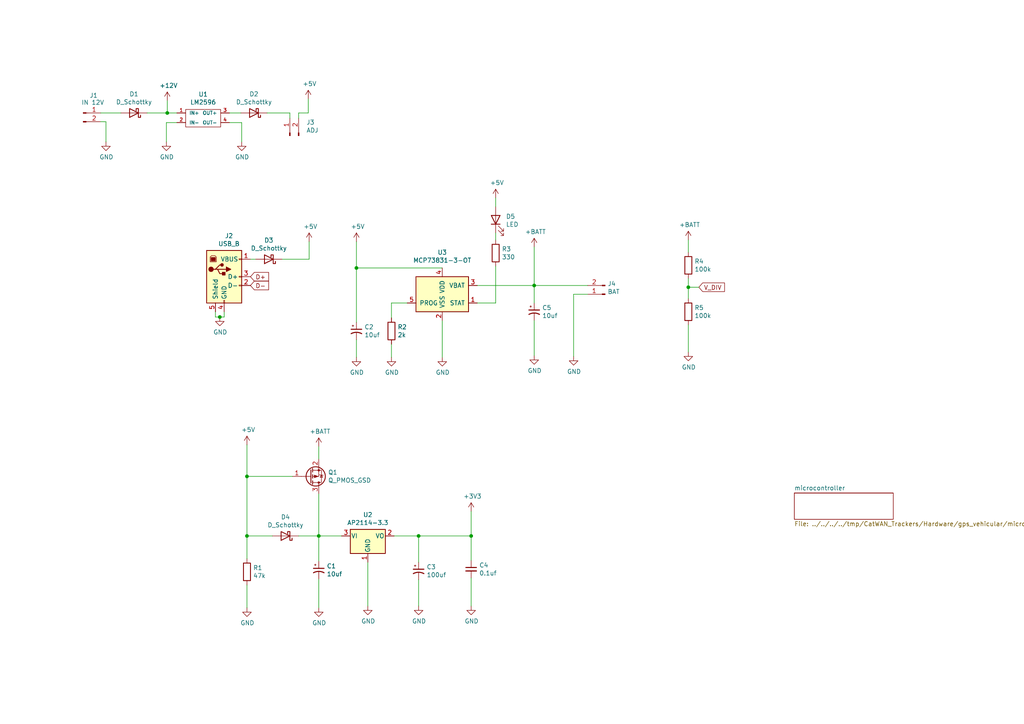
<source format=kicad_sch>
(kicad_sch (version 20230121) (generator eeschema)
  (paper "A4")
  (lib_symbols
    (symbol "Device:C_Small" (pin_numbers hide) (pin_names (offset 0.254) hide)
      (property "Reference" "C" (at 0.254 1.778 0))
      (property "Value" "C_Small" (at 0.254 -2.032 0))
      (symbol "C_Small_0_1"
        (polyline (pts (xy -1.524 -0.508) (xy 1.524 -0.508)) (stroke (width 0.3302)))
        (polyline (pts (xy -1.524 0.508) (xy 1.524 0.508)) (stroke (width 0.3048)))
      )
      (symbol "C_Small_1_1"
        (pin passive line (at 0 2.54 270) (length 2.032) (name "~") (number "1"))
        (pin passive line (at 0 -2.54 90) (length 2.032) (name "~") (number "2"))
      )
    )
    (symbol "Device:D_Schottky" (pin_numbers hide) (pin_names (offset 1.016) hide)
      (property "Reference" "D" (at 0 2.54 0))
      (property "Value" "D_Schottky" (at 0 -2.54 0))
      (symbol "D_Schottky_0_1"
        (polyline (pts (xy 1.27 0) (xy -1.27 0)))
        (polyline (pts (xy 1.27 1.27) (xy 1.27 -1.27) (xy -1.27 0) (xy 1.27 1.27)) (stroke (width 0.254)))
        (polyline (pts (xy -1.905 0.635) (xy -1.905 1.27) (xy -1.27 1.27) (xy -1.27 -1.27) (xy -0.635 -1.27) (xy -0.635 -0.635)) (stroke (width 0.254)))
      )
      (symbol "D_Schottky_1_1"
        (pin passive line (at -3.81 0 0) (length 2.54) (name "K") (number "1"))
        (pin passive line (at 3.81 0 180) (length 2.54) (name "A") (number "2"))
      )
    )
    (symbol "Device:LED" (pin_numbers hide) (pin_names (offset 1.016) hide)
      (property "Reference" "D" (at 0 2.54 0))
      (property "Value" "LED" (at 0 -2.54 0))
      (symbol "LED_0_1"
        (polyline (pts (xy -1.27 -1.27) (xy -1.27 1.27)) (stroke (width 0.254)))
        (polyline (pts (xy -1.27 0) (xy 1.27 0)))
        (polyline (pts (xy 1.27 -1.27) (xy 1.27 1.27) (xy -1.27 0) (xy 1.27 -1.27)) (stroke (width 0.254)))
        (polyline (pts (xy -3.048 -0.762) (xy -4.572 -2.286) (xy -3.81 -2.286) (xy -4.572 -2.286) (xy -4.572 -1.524)))
        (polyline (pts (xy -1.778 -0.762) (xy -3.302 -2.286) (xy -2.54 -2.286) (xy -3.302 -2.286) (xy -3.302 -1.524)))
      )
      (symbol "LED_1_1"
        (pin passive line (at -3.81 0 0) (length 2.54) (name "K") (number "1"))
        (pin passive line (at 3.81 0 180) (length 2.54) (name "A") (number "2"))
      )
    )
    (symbol "Device:Q_PMOS_GSD" (pin_names (offset 0) hide)
      (property "Reference" "Q" (at 5.08 1.27 0))
      (property "Value" "Q_PMOS_GSD" (at 5.08 -1.27 0))
      (symbol "Q_PMOS_GSD_0_1"
        (polyline (pts (xy 0.254 0) (xy -2.54 0)))
        (polyline (pts (xy 0.254 1.905) (xy 0.254 -1.905)) (stroke (width 0.254)))
        (polyline (pts (xy 0.762 -1.27) (xy 0.762 -2.286)) (stroke (width 0.254)))
        (polyline (pts (xy 0.762 0.508) (xy 0.762 -0.508)) (stroke (width 0.254)))
        (polyline (pts (xy 0.762 2.286) (xy 0.762 1.27)) (stroke (width 0.254)))
        (polyline (pts (xy 2.54 2.54) (xy 2.54 1.778)))
        (polyline (pts (xy 2.54 -2.54) (xy 2.54 0) (xy 0.762 0)))
        (polyline (pts (xy 0.762 1.778) (xy 3.302 1.778) (xy 3.302 -1.778) (xy 0.762 -1.778)))
        (polyline (pts (xy 2.286 0) (xy 1.27 0.381) (xy 1.27 -0.381) (xy 2.286 0)) (fill (type outline)))
        (polyline (pts (xy 2.794 -0.508) (xy 2.921 -0.381) (xy 3.683 -0.381) (xy 3.81 -0.254)))
        (polyline (pts (xy 3.302 -0.381) (xy 2.921 0.254) (xy 3.683 0.254) (xy 3.302 -0.381)))
        (circle (center 1.651 0) (radius 2.794) (stroke (width 0.254)))
        (circle (center 2.54 -1.778) (radius 0.254) (fill (type outline)))
        (circle (center 2.54 1.778) (radius 0.254) (fill (type outline)))
      )
      (symbol "Q_PMOS_GSD_1_1"
        (pin input line (at -5.08 0 0) (length 2.54) (name "G") (number "1"))
        (pin passive line (at 2.54 -5.08 90) (length 2.54) (name "S") (number "2"))
        (pin passive line (at 2.54 5.08 270) (length 2.54) (name "D") (number "3"))
      )
    )
    (symbol "Device:R" (pin_numbers hide) (pin_names (offset 0))
      (property "Reference" "R" (at 2.032 0 90))
      (property "Value" "R" (at 0 0 90))
      (symbol "R_0_1"
        (rectangle (start -1.016 -2.54) (end 1.016 2.54) (stroke (width 0.254)))
      )
      (symbol "R_1_1"
        (pin passive line (at 0 3.81 270) (length 1.27) (name "~") (number "1"))
        (pin passive line (at 0 -3.81 90) (length 1.27) (name "~") (number "2"))
      )
    )
    (symbol "Regulator_Linear:AP2127N-3.3" (pin_names (offset 0.254))
      (property "Reference" "U" (at -3.81 3.175 0))
      (property "Value" "AP2127N-3.3" (at 0 3.175 0))
      (symbol "AP2127N-3.3_0_1"
        (rectangle (start -5.08 1.905) (end 5.08 -5.08) (stroke (width 0.254)) (fill (type background)))
      )
      (symbol "AP2127N-3.3_1_1"
        (pin power_in line (at 0 -7.62 90) (length 2.54) (name "GND") (number "1"))
        (pin power_out line (at 7.62 0 180) (length 2.54) (name "VO") (number "2"))
        (pin power_in line (at -7.62 0 0) (length 2.54) (name "VI") (number "3"))
      )
    )
    (symbol "gps_vehicular-rescue:+3.3V-power" (power) (pin_names (offset 0))
      (property "Value" "+3.3V-power" (at 0 3.556 0))
      (symbol "+3.3V-power_0_1"
        (polyline (pts (xy -0.762 1.27) (xy 0 2.54)))
        (polyline (pts (xy 0 0) (xy 0 2.54)))
        (polyline (pts (xy 0 2.54) (xy 0.762 1.27)))
      )
      (symbol "+3.3V-power_1_1"
        (pin power_in line (at 0 0 90) (length 0) hide (name "+3V3") (number "1"))
      )
    )
    (symbol "gps_vehicular-rescue:CP1_Small-Device" (pin_numbers hide) (pin_names (offset 0.254) hide)
      (property "Reference" "C" (at 0.254 1.778 0))
      (property "Value" "Device_CP1_Small" (at 0.254 -2.032 0))
      (symbol "CP1_Small-Device_0_1"
        (polyline (pts (xy -1.524 0.508) (xy 1.524 0.508)) (stroke (width 0.3048)))
        (polyline (pts (xy -1.27 1.524) (xy -0.762 1.524)))
        (polyline (pts (xy -1.016 1.27) (xy -1.016 1.778)))
        (arc (start 1.524 -0.762) (mid 0 -0.3734) (end -1.524 -0.762) (stroke (width 0.3048)))
      )
      (symbol "CP1_Small-Device_1_1"
        (pin passive line (at 0 2.54 270) (length 2.032) (name "~") (number "1"))
        (pin passive line (at 0 -2.54 90) (length 2.032) (name "~") (number "2"))
      )
    )
    (symbol "gps_vehicular-rescue:Conn_01x02_Male-Connector" (pin_names (offset 1.016) hide)
      (property "Reference" "J" (at 0 2.54 0))
      (property "Value" "Connector_Conn_01x02_Male" (at 0 -5.08 0))
      (symbol "Conn_01x02_Male-Connector_1_1"
        (polyline (pts (xy 1.27 -2.54) (xy 0.8636 -2.54)) (stroke (width 0.1524)))
        (polyline (pts (xy 1.27 0) (xy 0.8636 0)) (stroke (width 0.1524)))
        (rectangle (start 0.8636 -2.413) (end 0 -2.667) (stroke (width 0.1524)) (fill (type outline)))
        (rectangle (start 0.8636 0.127) (end 0 -0.127) (stroke (width 0.1524)) (fill (type outline)))
        (pin passive line (at 5.08 0 180) (length 3.81) (name "Pin_1") (number "1"))
        (pin passive line (at 5.08 -2.54 180) (length 3.81) (name "Pin_2") (number "2"))
      )
    )
    (symbol "gps_vehicular-rescue:LM2596-gps_LoRa" (pin_names (offset 1.016))
      (property "Reference" "U" (at 0 3.81 0))
      (property "Value" "gps_LoRa_LM2596" (at 0 -5.08 0))
      (symbol "LM2596-gps_LoRa_0_1"
        (rectangle (start -5.08 2.54) (end 5.08 -2.54))
      )
      (symbol "LM2596-gps_LoRa_1_1"
        (pin input line (at -7.62 1.524 0) (length 2.54) (name "IN+") (number "1"))
        (pin input line (at -7.62 -1.27 0) (length 2.54) (name "IN-") (number "2"))
        (pin output line (at 7.62 1.524 180) (length 2.54) (name "OUT+") (number "3"))
        (pin output line (at 7.62 -1.27 180) (length 2.54) (name "OUT-") (number "4"))
      )
    )
    (symbol "gps_vehicular-rescue:MCP73831-3-OT-Battery_Management" (pin_names (offset 1.016))
      (property "Reference" "U" (at -7.62 6.35 0))
      (property "Value" "Battery_Management_MCP73831-3-OT" (at 1.27 6.35 0))
      (symbol "MCP73831-3-OT-Battery_Management_0_1"
        (rectangle (start -7.62 5.08) (end 7.62 -5.08) (stroke (width 0.254)) (fill (type background)))
      )
      (symbol "MCP73831-3-OT-Battery_Management_1_1"
        (pin output line (at 10.16 -2.54 180) (length 2.54) (name "STAT") (number "1"))
        (pin power_in line (at 0 -7.62 90) (length 2.54) (name "VSS") (number "2"))
        (pin power_out line (at 10.16 2.54 180) (length 2.54) (name "VBAT") (number "3"))
        (pin power_in line (at 0 7.62 270) (length 2.54) (name "VDD") (number "4"))
        (pin input line (at -10.16 -2.54 0) (length 2.54) (name "PROG") (number "5"))
      )
    )
    (symbol "gps_vehicular-rescue:USB_B-Connector" (pin_names (offset 1.016))
      (property "Reference" "J" (at -5.08 11.43 0))
      (property "Value" "Connector_USB_B" (at -5.08 8.89 0))
      (symbol "USB_B-Connector_0_1"
        (rectangle (start -5.08 -7.62) (end 5.08 7.62) (stroke (width 0.254)) (fill (type background)))
        (circle (center -3.81 2.159) (radius 0.635) (stroke (width 0.254)) (fill (type outline)))
        (rectangle (start -3.81 5.588) (end -2.54 4.572) (fill (type outline)))
        (circle (center -0.635 3.429) (radius 0.381) (stroke (width 0.254)) (fill (type outline)))
        (rectangle (start -0.127 -7.62) (end 0.127 -6.858))
        (polyline (pts (xy -1.905 2.159) (xy 0.635 2.159)) (stroke (width 0.254)))
        (polyline (pts (xy -3.175 2.159) (xy -2.54 2.159) (xy -1.27 3.429) (xy -0.635 3.429)) (stroke (width 0.254)))
        (polyline (pts (xy -2.54 2.159) (xy -1.905 2.159) (xy -1.27 0.889) (xy 0 0.889)) (stroke (width 0.254)))
        (polyline (pts (xy 0.635 2.794) (xy 0.635 1.524) (xy 1.905 2.159) (xy 0.635 2.794)) (stroke (width 0.254)) (fill (type outline)))
        (polyline (pts (xy -4.064 4.318) (xy -2.286 4.318) (xy -2.286 5.715) (xy -2.667 6.096) (xy -3.683 6.096) (xy -4.064 5.715) (xy -4.064 4.318)))
        (rectangle (start 0.254 1.27) (end -0.508 0.508) (stroke (width 0.254)) (fill (type outline)))
        (rectangle (start 5.08 -2.667) (end 4.318 -2.413))
        (rectangle (start 5.08 -0.127) (end 4.318 0.127))
        (rectangle (start 5.08 4.953) (end 4.318 5.207))
      )
      (symbol "USB_B-Connector_1_1"
        (pin power_out line (at 7.62 5.08 180) (length 2.54) (name "VBUS") (number "1"))
        (pin passive line (at 7.62 -2.54 180) (length 2.54) (name "D-") (number "2"))
        (pin passive line (at 7.62 0 180) (length 2.54) (name "D+") (number "3"))
        (pin power_out line (at 0 -10.16 90) (length 2.54) (name "GND") (number "4"))
        (pin passive line (at -2.54 -10.16 90) (length 2.54) (name "Shield") (number "5"))
      )
    )
    (symbol "power:+12V" (power) (pin_names (offset 0))
      (property "Value" "+12V" (at 0 3.556 0))
      (symbol "+12V_0_1"
        (polyline (pts (xy -0.762 1.27) (xy 0 2.54)))
        (polyline (pts (xy 0 0) (xy 0 2.54)))
        (polyline (pts (xy 0 2.54) (xy 0.762 1.27)))
      )
      (symbol "+12V_1_1"
        (pin power_in line (at 0 0 90) (length 0) hide (name "+12V") (number "1"))
      )
    )
    (symbol "power:+5V" (power) (pin_names (offset 0))
      (property "Value" "+5V" (at 0 3.556 0))
      (symbol "+5V_0_1"
        (polyline (pts (xy -0.762 1.27) (xy 0 2.54)))
        (polyline (pts (xy 0 0) (xy 0 2.54)))
        (polyline (pts (xy 0 2.54) (xy 0.762 1.27)))
      )
      (symbol "+5V_1_1"
        (pin power_in line (at 0 0 90) (length 0) hide (name "+5V") (number "1"))
      )
    )
    (symbol "power:+BATT" (power) (pin_names (offset 0))
      (property "Value" "+BATT" (at 0 3.556 0))
      (symbol "+BATT_0_1"
        (polyline (pts (xy -0.762 1.27) (xy 0 2.54)))
        (polyline (pts (xy 0 0) (xy 0 2.54)))
        (polyline (pts (xy 0 2.54) (xy 0.762 1.27)))
      )
      (symbol "+BATT_1_1"
        (pin power_in line (at 0 0 90) (length 0) hide (name "+BATT") (number "1"))
      )
    )
    (symbol "power:GND" (power) (pin_names (offset 0))
      (property "Value" "GND" (at 0 -3.81 0))
      (symbol "GND_0_1"
        (polyline (pts (xy 0 0) (xy 0 -1.27) (xy 1.27 -1.27) (xy 0 -2.54) (xy -1.27 -1.27) (xy 0 -1.27)))
      )
      (symbol "GND_1_1"
        (pin power_in line (at 0 0 270) (length 0) hide (name "GND") (number "1"))
      )
    )
  )
  (junction (at 121.412 155.448))
  (junction (at 136.652 155.448))
  (junction (at 71.628 138.176))
  (junction (at 199.644 83.312))
  (junction (at 92.456 155.448))
  (junction (at 103.378 77.724))
  (junction (at 71.628 155.448))
  (junction (at 154.94 82.804))
  (junction (at 48.514 32.766))
  (junction (at 63.754 91.948))
  (wire (pts (xy 136.652 148.336) (xy 136.652 155.448)))
  (wire (pts (xy 48.26 41.148) (xy 48.26 35.56)))
  (wire (pts (xy 89.662 75.184) (xy 89.662 70.104)))
  (wire (pts (xy 72.644 75.184) (xy 74.168 75.184)))
  (wire (pts (xy 121.412 155.448) (xy 136.652 155.448)))
  (wire (pts (xy 71.628 155.448) (xy 71.628 162.052)))
  (wire (pts (xy 92.456 129.54) (xy 92.456 133.096)))
  (wire (pts (xy 103.378 98.552) (xy 103.378 103.632)))
  (wire (pts (xy 86.614 34.29) (xy 86.614 32.766)))
  (wire (pts (xy 65.024 91.948) (xy 63.754 91.948)))
  (wire (pts (xy 143.764 57.404) (xy 143.764 59.944)))
  (wire (pts (xy 77.47 32.766) (xy 84.074 32.766)))
  (wire (pts (xy 84.836 138.176) (xy 71.628 138.176)))
  (wire (pts (xy 121.412 155.448) (xy 121.412 163.068)))
  (wire (pts (xy 92.456 155.448) (xy 99.06 155.448)))
  (wire (pts (xy 143.764 69.596) (xy 143.764 67.564)))
  (wire (pts (xy 86.614 32.766) (xy 89.408 32.766)))
  (wire (pts (xy 166.37 85.344) (xy 166.37 103.378)))
  (wire (pts (xy 128.27 103.632) (xy 128.27 92.964)))
  (wire (pts (xy 154.94 71.628) (xy 154.94 82.804)))
  (wire (pts (xy 29.21 32.766) (xy 35.052 32.766)))
  (wire (pts (xy 128.27 77.724) (xy 103.378 77.724)))
  (wire (pts (xy 62.484 91.948) (xy 63.754 91.948)))
  (wire (pts (xy 199.644 80.772) (xy 199.644 83.312)))
  (wire (pts (xy 71.628 129.032) (xy 71.628 138.176)))
  (wire (pts (xy 170.434 82.804) (xy 154.94 82.804)))
  (wire (pts (xy 48.514 32.766) (xy 51.308 32.766)))
  (wire (pts (xy 92.456 167.894) (xy 92.456 176.276)))
  (wire (pts (xy 136.652 175.768) (xy 136.652 167.64)))
  (wire (pts (xy 114.3 155.448) (xy 121.412 155.448)))
  (wire (pts (xy 118.11 87.884) (xy 113.538 87.884)))
  (wire (pts (xy 199.644 83.312) (xy 199.644 86.614)))
  (wire (pts (xy 106.68 163.068) (xy 106.68 175.768)))
  (wire (pts (xy 143.764 87.884) (xy 143.764 77.216)))
  (wire (pts (xy 78.994 155.448) (xy 71.628 155.448)))
  (wire (pts (xy 81.788 75.184) (xy 89.662 75.184)))
  (wire (pts (xy 136.652 155.448) (xy 136.652 162.56)))
  (wire (pts (xy 154.94 92.964) (xy 154.94 103.124)))
  (wire (pts (xy 103.378 77.724) (xy 103.378 93.472)))
  (wire (pts (xy 121.412 175.768) (xy 121.412 168.148)))
  (wire (pts (xy 65.024 90.424) (xy 65.024 91.948)))
  (wire (pts (xy 30.734 35.306) (xy 30.734 41.148)))
  (wire (pts (xy 29.21 35.306) (xy 30.734 35.306)))
  (wire (pts (xy 154.94 82.804) (xy 154.94 87.884)))
  (wire (pts (xy 70.104 35.56) (xy 70.104 41.148)))
  (wire (pts (xy 42.672 32.766) (xy 48.514 32.766)))
  (wire (pts (xy 92.456 143.256) (xy 92.456 155.448)))
  (wire (pts (xy 113.538 87.884) (xy 113.538 92.202)))
  (wire (pts (xy 170.434 85.344) (xy 166.37 85.344)))
  (wire (pts (xy 113.538 99.822) (xy 113.538 103.632)))
  (wire (pts (xy 89.408 32.766) (xy 89.408 28.702)))
  (wire (pts (xy 84.074 32.766) (xy 84.074 34.29)))
  (wire (pts (xy 71.628 138.176) (xy 71.628 155.448)))
  (wire (pts (xy 199.644 94.234) (xy 199.644 102.108)))
  (wire (pts (xy 66.548 35.56) (xy 70.104 35.56)))
  (wire (pts (xy 138.43 82.804) (xy 154.94 82.804)))
  (wire (pts (xy 92.456 155.448) (xy 86.614 155.448)))
  (wire (pts (xy 103.378 70.104) (xy 103.378 77.724)))
  (wire (pts (xy 71.628 169.672) (xy 71.628 176.276)))
  (wire (pts (xy 202.692 83.312) (xy 199.644 83.312)))
  (wire (pts (xy 92.456 162.814) (xy 92.456 155.448)))
  (wire (pts (xy 62.484 90.424) (xy 62.484 91.948)))
  (wire (pts (xy 48.26 35.56) (xy 51.308 35.56)))
  (wire (pts (xy 199.644 69.596) (xy 199.644 73.152)))
  (wire (pts (xy 138.43 87.884) (xy 143.764 87.884)))
  (wire (pts (xy 66.548 32.766) (xy 69.85 32.766)))
  (wire (pts (xy 48.514 29.21) (xy 48.514 32.766)))
  (global_label "D+" (shape input) (at 72.644 80.264 0) (property "Intersheetrefs" "${INTERSHEET_REFS}" (effects hide)))
  (global_label "V_DIV" (shape input) (at 202.692 83.312 0) (property "Intersheetrefs" "${INTERSHEET_REFS}" (effects hide)))
  (global_label "D-" (shape input) (at 72.644 82.804 0) (property "Intersheetrefs" "${INTERSHEET_REFS}" (effects hide)))
  (symbol (lib_id "gps_vehicular-rescue:Conn_01x02_Male-Connector") (at 24.13 32.766 0) (unit 1)
    (property "Reference" "J1" (at 27.178 27.686 0))
    (property "Value" "IN 12V" (at 26.924 29.718 0))
    (property "Footprint" "Connector_PinHeader_2.54mm:PinHeader_1x02_P2.54mm_Vertical" (effects hide))
  )
  (symbol (lib_id "gps_vehicular-rescue:Conn_01x02_Male-Connector") (at 84.074 39.37 90) (unit 1)
    (property "Reference" "J3" (at 88.8492 35.4838 90) (effects (justify right)))
    (property "Value" "ADJ" (at 88.8492 37.7952 90) (effects (justify right)))
    (property "Footprint" "Connector_PinHeader_2.54mm:PinHeader_1x02_P2.54mm_Vertical" (effects hide))
  )
  (symbol (lib_id "gps_vehicular-rescue:USB_B-Connector") (at 65.024 80.264 0) (unit 1)
    (property "Reference" "J2" (at 66.421 68.4022 0))
    (property "Value" "USB_B" (at 66.421 70.7136 0))
    (property "Footprint" "Connector_USB:USB_Micro-B_Wuerth_629105150521" (effects hide))
    (property "Datasheet" " ~" (effects hide))
    (property "manf#" "629105150521" (effects hide))
  )
  (symbol (lib_id "gps_vehicular-rescue:MCP73831-3-OT-Battery_Management") (at 128.27 85.344 0) (unit 1)
    (property "Reference" "U3" (at 128.27 73.2028 0))
    (property "Value" "MCP73831-3-OT" (at 128.27 75.5142 0))
    (property "Footprint" "Package_TO_SOT_SMD:SOT-23-5" (effects hide))
    (property "Datasheet" "http://ww1.microchip.com/downloads/en/DeviceDoc/20001984g.pdf" (effects hide))
    (property "manf#" "MCP73831T-2ATI/OT" (effects hide))
  )
  (symbol (lib_id "gps_vehicular-rescue:CP1_Small-Device") (at 103.378 96.012 0) (unit 1)
    (property "Reference" "C2" (at 105.6894 94.8436 0) (effects (justify left)))
    (property "Value" "10uf" (at 105.6894 97.155 0) (effects (justify left)))
    (property "Footprint" "Capacitor_SMD:C_1206_3216Metric_Pad1.42x1.75mm_HandSolder" (effects hide))
    (property "manf#" "TAJA106M006SNJ" (effects hide))
  )
  (symbol (lib_id "Device:R") (at 113.538 96.012 0) (unit 1)
    (property "Reference" "R2" (at 115.316 94.8436 0) (effects (justify left)))
    (property "Value" "2k" (at 115.316 97.155 0) (effects (justify left)))
    (property "Footprint" "Resistor_SMD:R_1206_3216Metric_Pad1.42x1.75mm_HandSolder" (effects hide))
    (property "manf#" "CRCW12062K00FKEAC" (effects hide))
  )
  (symbol (lib_id "Device:R") (at 143.764 73.406 0) (unit 1)
    (property "Reference" "R3" (at 145.542 72.2376 0) (effects (justify left)))
    (property "Value" "330" (at 145.542 74.549 0) (effects (justify left)))
    (property "Footprint" "Resistor_SMD:R_1206_3216Metric_Pad1.42x1.75mm_HandSolder" (effects hide))
    (property "manf#" "CRGP1206F330R" (effects hide))
  )
  (symbol (lib_id "gps_vehicular-rescue:CP1_Small-Device") (at 154.94 90.424 0) (unit 1)
    (property "Reference" "C5" (at 157.2514 89.2556 0) (effects (justify left)))
    (property "Value" "10uf" (at 157.2514 91.567 0) (effects (justify left)))
    (property "Footprint" "Capacitor_SMD:C_1206_3216Metric_Pad1.42x1.75mm_HandSolder" (effects hide))
    (property "manf#" "TAJA106M006SNJ" (effects hide))
  )
  (symbol (lib_id "gps_vehicular-rescue:Conn_01x02_Male-Connector") (at 175.514 85.344 180) (unit 1)
    (property "Reference" "J4" (at 176.2252 82.296 0) (effects (justify right)))
    (property "Value" "BAT" (at 176.2252 84.6074 0) (effects (justify right)))
    (property "Footprint" "Connector_PinHeader_2.54mm:PinHeader_1x02_P2.54mm_Vertical" (effects hide))
  )
  (symbol (lib_id "Device:LED") (at 143.764 63.754 90) (unit 1)
    (property "Reference" "D5" (at 146.7358 62.7888 90) (effects (justify right)))
    (property "Value" "LED" (at 146.7358 65.1002 90) (effects (justify right)))
    (property "Footprint" "LED_SMD:LED_1206_3216Metric_Pad1.42x1.75mm_HandSolder" (effects hide))
    (property "manf#" "156120VS75000" (effects hide))
  )
  (symbol (lib_id "Regulator_Linear:AP2127N-3.3") (at 106.68 155.448 0) (unit 1)
    (property "Reference" "U2" (at 106.68 149.3012 0))
    (property "Value" "AP2114-3.3" (at 106.68 151.6126 0))
    (property "Footprint" "Package_TO_SOT_SMD:SOT-223-3_TabPin2" (effects hide))
    (property "Datasheet" "https://www.diodes.com/assets/Datasheets/AP2127.pdf" (effects hide))
    (property "manf#" "AP2114H-3.3TRG1" (effects hide))
  )
  (symbol (lib_id "Device:Q_PMOS_GSD") (at 89.916 138.176 0) (mirror x) (unit 1)
    (property "Reference" "Q1" (at 95.1484 137.0076 0) (effects (justify left)))
    (property "Value" "Q_PMOS_GSD" (at 95.1484 139.319 0) (effects (justify left)))
    (property "Footprint" "Package_TO_SOT_SMD:SOT-23" (effects hide))
    (property "manf#" "DMG3415U-7" (effects hide))
  )
  (symbol (lib_id "Device:R") (at 71.628 165.862 0) (unit 1)
    (property "Reference" "R1" (at 73.406 164.6936 0) (effects (justify left)))
    (property "Value" "47k" (at 73.406 167.005 0) (effects (justify left)))
    (property "Footprint" "Resistor_SMD:R_1206_3216Metric_Pad1.42x1.75mm_HandSolder" (effects hide))
    (property "manf#" "AC1206JR-0747KL" (effects hide))
  )
  (symbol (lib_id "gps_vehicular-rescue:CP1_Small-Device") (at 92.456 165.354 0) (unit 1)
    (property "Reference" "C1" (at 94.7674 164.1856 0) (effects (justify left)))
    (property "Value" "10uf" (at 94.7674 166.497 0) (effects (justify left)))
    (property "Footprint" "Capacitor_SMD:C_1206_3216Metric_Pad1.42x1.75mm_HandSolder" (effects hide))
    (property "manf#" "TAJA106M006SNJ" (effects hide))
  )
  (symbol (lib_id "gps_vehicular-rescue:CP1_Small-Device") (at 121.412 165.608 0) (unit 1)
    (property "Reference" "C3" (at 123.7234 164.4396 0) (effects (justify left)))
    (property "Value" "100uf" (at 123.7234 166.751 0) (effects (justify left)))
    (property "Footprint" "Capacitor_SMD:C_1206_3216Metric_Pad1.42x1.75mm_HandSolder" (effects hide))
    (property "manf#" "TMCMA0J107MTRF" (effects hide))
  )
  (symbol (lib_id "Device:C_Small") (at 136.652 165.1 0) (unit 1)
    (property "Reference" "C4" (at 138.9888 163.9316 0) (effects (justify left)))
    (property "Value" "0.1uf" (at 138.9888 166.243 0) (effects (justify left)))
    (property "Footprint" "Capacitor_SMD:C_1206_3216Metric_Pad1.42x1.75mm_HandSolder" (effects hide))
    (property "manf#" "885012208030" (effects hide))
  )
  (symbol (lib_id "power:GND") (at 30.734 41.148 0) (unit 1)
    (property "Reference" "#PWR01" (effects hide))
    (property "Value" "GND" (at 30.861 45.5422 0))
  )
  (symbol (lib_id "power:GND") (at 48.26 41.148 0) (unit 1)
    (property "Reference" "#PWR02" (effects hide))
    (property "Value" "GND" (at 48.387 45.5422 0))
  )
  (symbol (lib_id "power:GND") (at 70.104 41.148 0) (unit 1)
    (property "Reference" "#PWR05" (effects hide))
    (property "Value" "GND" (at 70.231 45.5422 0))
  )
  (symbol (lib_id "power:GND") (at 63.754 91.948 0) (unit 1)
    (property "Reference" "#PWR04" (effects hide))
    (property "Value" "GND" (at 63.881 96.3422 0))
  )
  (symbol (lib_id "power:GND") (at 103.378 103.632 0) (unit 1)
    (property "Reference" "#PWR013" (effects hide))
    (property "Value" "GND" (at 103.505 108.0262 0))
  )
  (symbol (lib_id "power:GND") (at 113.538 103.632 0) (unit 1)
    (property "Reference" "#PWR015" (effects hide))
    (property "Value" "GND" (at 113.665 108.0262 0))
  )
  (symbol (lib_id "power:GND") (at 128.27 103.632 0) (unit 1)
    (property "Reference" "#PWR017" (effects hide))
    (property "Value" "GND" (at 128.397 108.0262 0))
  )
  (symbol (lib_id "power:GND") (at 154.94 103.124 0) (unit 1)
    (property "Reference" "#PWR022" (effects hide))
    (property "Value" "GND" (at 155.067 107.5182 0))
  )
  (symbol (lib_id "power:GND") (at 166.37 103.378 0) (unit 1)
    (property "Reference" "#PWR023" (effects hide))
    (property "Value" "GND" (at 166.497 107.7722 0))
  )
  (symbol (lib_id "power:GND") (at 71.628 176.276 0) (unit 1)
    (property "Reference" "#PWR07" (effects hide))
    (property "Value" "GND" (at 71.755 180.6702 0))
  )
  (symbol (lib_id "power:GND") (at 92.456 176.276 0) (unit 1)
    (property "Reference" "#PWR011" (effects hide))
    (property "Value" "GND" (at 92.583 180.6702 0))
  )
  (symbol (lib_id "power:GND") (at 106.68 175.768 0) (unit 1)
    (property "Reference" "#PWR014" (effects hide))
    (property "Value" "GND" (at 106.807 180.1622 0))
  )
  (symbol (lib_id "power:GND") (at 121.412 175.768 0) (unit 1)
    (property "Reference" "#PWR016" (effects hide))
    (property "Value" "GND" (at 121.539 180.1622 0))
  )
  (symbol (lib_id "power:GND") (at 136.652 175.768 0) (unit 1)
    (property "Reference" "#PWR019" (effects hide))
    (property "Value" "GND" (at 136.779 180.1622 0))
  )
  (symbol (lib_id "Device:R") (at 199.644 76.962 0) (unit 1)
    (property "Reference" "R4" (at 201.422 75.7936 0) (effects (justify left)))
    (property "Value" "100k" (at 201.422 78.105 0) (effects (justify left)))
    (property "Footprint" "Resistor_SMD:R_1206_3216Metric_Pad1.42x1.75mm_HandSolder" (effects hide))
    (property "manf#" "CRCW1206100KFKEAC" (effects hide))
  )
  (symbol (lib_id "Device:R") (at 199.644 90.424 0) (unit 1)
    (property "Reference" "R5" (at 201.422 89.2556 0) (effects (justify left)))
    (property "Value" "100k" (at 201.422 91.567 0) (effects (justify left)))
    (property "Footprint" "Resistor_SMD:R_1206_3216Metric_Pad1.42x1.75mm_HandSolder" (effects hide))
    (property "manf#" "CRCW1206100KFKEAC" (effects hide))
  )
  (symbol (lib_id "power:GND") (at 199.644 102.108 0) (unit 1)
    (property "Reference" "#PWR025" (effects hide))
    (property "Value" "GND" (at 199.771 106.5022 0))
  )
  (symbol (lib_id "power:+12V") (at 48.514 29.21 0) (unit 1)
    (property "Reference" "#PWR03" (effects hide))
    (property "Value" "+12V" (at 48.895 24.8158 0))
  )
  (symbol (lib_id "power:+5V") (at 89.408 28.702 0) (unit 1)
    (property "Reference" "#PWR08" (effects hide))
    (property "Value" "+5V" (at 89.789 24.3078 0))
  )
  (symbol (lib_id "power:+5V") (at 89.662 70.104 0) (unit 1)
    (property "Reference" "#PWR09" (effects hide))
    (property "Value" "+5V" (at 90.043 65.7098 0))
  )
  (symbol (lib_id "power:+5V") (at 71.628 129.032 0) (unit 1)
    (property "Reference" "#PWR06" (effects hide))
    (property "Value" "+5V" (at 72.009 124.6378 0))
  )
  (symbol (lib_id "power:+5V") (at 143.764 57.404 0) (unit 1)
    (property "Reference" "#PWR020" (effects hide))
    (property "Value" "+5V" (at 144.145 53.0098 0))
  )
  (symbol (lib_id "power:+5V") (at 103.378 70.104 0) (unit 1)
    (property "Reference" "#PWR012" (effects hide))
    (property "Value" "+5V" (at 103.759 65.7098 0))
  )
  (symbol (lib_id "power:+BATT") (at 154.94 71.628 0) (unit 1)
    (property "Reference" "#PWR021" (effects hide))
    (property "Value" "+BATT" (at 155.321 67.2338 0))
  )
  (symbol (lib_id "power:+BATT") (at 199.644 69.596 0) (unit 1)
    (property "Reference" "#PWR024" (effects hide))
    (property "Value" "+BATT" (at 200.025 65.2018 0))
  )
  (symbol (lib_id "power:+BATT") (at 92.456 129.54 0) (unit 1)
    (property "Reference" "#PWR010" (effects hide))
    (property "Value" "+BATT" (at 92.837 125.1458 0))
  )
  (symbol (lib_id "gps_vehicular-rescue:+3.3V-power") (at 136.652 148.336 0) (unit 1)
    (property "Reference" "#PWR018" (effects hide))
    (property "Value" "+3.3V" (at 137.033 143.9418 0))
  )
  (symbol (lib_id "Device:D_Schottky") (at 38.862 32.766 180) (unit 1)
    (property "Reference" "D1" (at 38.862 27.2796 0))
    (property "Value" "D_Schottky" (at 38.862 29.591 0))
    (property "Footprint" "Diode_SMD:D_SOD-123" (effects hide))
    (property "manf#" "MBR120VLSFT3G" (effects hide))
  )
  (symbol (lib_id "Device:D_Schottky") (at 73.66 32.766 180) (unit 1)
    (property "Reference" "D2" (at 73.66 27.2796 0))
    (property "Value" "D_Schottky" (at 73.66 29.591 0))
    (property "Footprint" "Diode_SMD:D_SOD-123" (effects hide))
    (property "manf#" "MBR120VLSFT3G" (effects hide))
  )
  (symbol (lib_id "Device:D_Schottky") (at 77.978 75.184 180) (unit 1)
    (property "Reference" "D3" (at 77.978 69.6976 0))
    (property "Value" "D_Schottky" (at 77.978 72.009 0))
    (property "Footprint" "Diode_SMD:D_SOD-123" (effects hide))
    (property "manf#" "MBR120VLSFT3G" (effects hide))
  )
  (symbol (lib_id "gps_vehicular-rescue:LM2596-gps_LoRa") (at 58.928 34.29 0) (unit 1)
    (property "Reference" "U1" (at 58.928 27.3558 0))
    (property "Value" "LM2596" (at 58.928 29.6672 0))
    (property "Footprint" "gps_LoRa:LM2596DC-DC" (effects hide))
    (property "manf#" "RFM95" (effects hide))
  )
  (symbol (lib_id "Device:D_Schottky") (at 82.804 155.448 180) (unit 1)
    (property "Reference" "D4" (at 82.804 149.9616 0))
    (property "Value" "D_Schottky" (at 82.804 152.273 0))
    (property "Footprint" "Diode_SMD:D_SOD-123" (effects hide))
    (property "manf#" "MBR120VLSFT3G" (effects hide))
  )
  (sheet (at 230.378 143.002) (size 28.702 7.62)
    (property "Sheetname" "microcontroller" (at 230.378 142.2904 0) (effects (justify left bottom)))
    (property "Sheetfile" "../../../../tmp/CatWAN_Trackers/Hardware/gps_vehicular/microcontroller.sch" (at 230.378 151.2066 0) (effects (justify left top)))
  )
)
</source>
